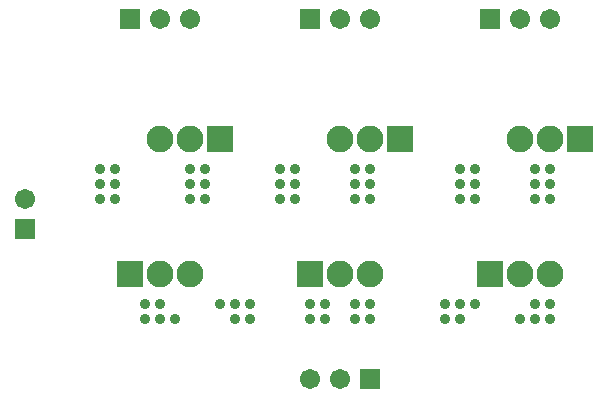
<source format=gts>
G04*
G04 #@! TF.GenerationSoftware,Altium Limited,Altium Designer,20.1.11 (218)*
G04*
G04 Layer_Color=8388736*
%FSLAX25Y25*%
%MOIN*%
G70*
G04*
G04 #@! TF.SameCoordinates,A2F51ED7-86EA-4CBA-A123-1C3C6C473107*
G04*
G04*
G04 #@! TF.FilePolarity,Negative*
G04*
G01*
G75*
%ADD12C,0.08950*%
%ADD13R,0.08950X0.08950*%
%ADD14C,0.06706*%
%ADD15R,0.06706X0.06706*%
%ADD16R,0.06706X0.06706*%
%ADD17C,0.03556*%
D12*
X180000Y90000D02*
D03*
X190000D02*
D03*
X120000D02*
D03*
X130000D02*
D03*
X60000D02*
D03*
X70000D02*
D03*
X190000Y45000D02*
D03*
X180000D02*
D03*
X130000D02*
D03*
X120000D02*
D03*
X70000D02*
D03*
X60000D02*
D03*
D13*
X200000Y90000D02*
D03*
X140000D02*
D03*
X80000D02*
D03*
X170000Y45000D02*
D03*
X110000D02*
D03*
X50000D02*
D03*
D14*
X110000Y10000D02*
D03*
X120000D02*
D03*
X70000Y130000D02*
D03*
X60000D02*
D03*
X15000Y70000D02*
D03*
X130000Y130000D02*
D03*
X120000D02*
D03*
X190000D02*
D03*
X180000D02*
D03*
D15*
X130000Y10000D02*
D03*
X50000Y130000D02*
D03*
X110000D02*
D03*
X170000D02*
D03*
D16*
X15000Y60000D02*
D03*
D17*
X60000Y30000D02*
D03*
X55000D02*
D03*
Y35000D02*
D03*
X60000D02*
D03*
X65000Y30000D02*
D03*
X90000D02*
D03*
Y35000D02*
D03*
X85000D02*
D03*
X80000D02*
D03*
X85000Y30000D02*
D03*
X110000D02*
D03*
Y35000D02*
D03*
X115000D02*
D03*
Y30000D02*
D03*
X125000D02*
D03*
X130000D02*
D03*
Y35000D02*
D03*
X125000D02*
D03*
X160000Y30000D02*
D03*
X155000D02*
D03*
Y35000D02*
D03*
X160000D02*
D03*
X165000D02*
D03*
X190000D02*
D03*
Y30000D02*
D03*
X185000D02*
D03*
X180000D02*
D03*
X185000Y35000D02*
D03*
X190000Y80000D02*
D03*
Y75000D02*
D03*
Y70000D02*
D03*
X185000D02*
D03*
Y75000D02*
D03*
Y80000D02*
D03*
X160000D02*
D03*
Y75000D02*
D03*
Y70000D02*
D03*
X165000D02*
D03*
Y75000D02*
D03*
Y80000D02*
D03*
X130000Y70000D02*
D03*
Y80000D02*
D03*
Y75000D02*
D03*
X125000Y70000D02*
D03*
D03*
Y75000D02*
D03*
Y80000D02*
D03*
X105000Y75000D02*
D03*
Y80000D02*
D03*
X100000D02*
D03*
Y75000D02*
D03*
Y70000D02*
D03*
X105000D02*
D03*
X40000D02*
D03*
Y75000D02*
D03*
Y80000D02*
D03*
X75000Y70000D02*
D03*
Y75000D02*
D03*
Y80000D02*
D03*
X45000Y70000D02*
D03*
Y75000D02*
D03*
Y80000D02*
D03*
X70000Y70000D02*
D03*
Y75000D02*
D03*
Y80000D02*
D03*
M02*

</source>
